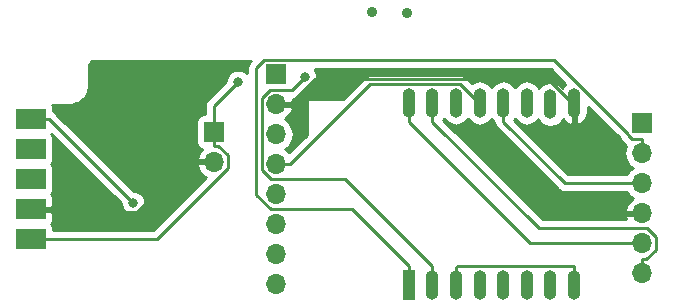
<source format=gbr>
G04 #@! TF.GenerationSoftware,KiCad,Pcbnew,5.0.1-33cea8e~66~ubuntu18.04.1*
G04 #@! TF.CreationDate,2019-09-26T22:02:42+09:00*
G04 #@! TF.ProjectId,minidenko,6D696E6964656E6B6F2E6B696361645F,rev?*
G04 #@! TF.SameCoordinates,Original*
G04 #@! TF.FileFunction,Copper,L2,Bot,Signal*
G04 #@! TF.FilePolarity,Positive*
%FSLAX46Y46*%
G04 Gerber Fmt 4.6, Leading zero omitted, Abs format (unit mm)*
G04 Created by KiCad (PCBNEW 5.0.1-33cea8e~66~ubuntu18.04.1) date 2019年09月26日 22時02分42秒*
%MOMM*%
%LPD*%
G01*
G04 APERTURE LIST*
G04 #@! TA.AperFunction,ComponentPad*
%ADD10R,2.500000X1.700000*%
G04 #@! TD*
G04 #@! TA.AperFunction,WasherPad*
%ADD11C,0.900000*%
G04 #@! TD*
G04 #@! TA.AperFunction,ComponentPad*
%ADD12O,1.100000X2.500000*%
G04 #@! TD*
G04 #@! TA.AperFunction,ComponentPad*
%ADD13R,1.100000X2.500000*%
G04 #@! TD*
G04 #@! TA.AperFunction,ComponentPad*
%ADD14R,1.700000X1.700000*%
G04 #@! TD*
G04 #@! TA.AperFunction,ComponentPad*
%ADD15O,1.700000X1.700000*%
G04 #@! TD*
G04 #@! TA.AperFunction,ViaPad*
%ADD16C,0.800000*%
G04 #@! TD*
G04 #@! TA.AperFunction,Conductor*
%ADD17C,0.250000*%
G04 #@! TD*
G04 #@! TA.AperFunction,Conductor*
%ADD18C,0.254000*%
G04 #@! TD*
G04 APERTURE END LIST*
D10*
G04 #@! TO.P,J3,1*
G04 #@! TO.N,LDO_IN*
X51750000Y-45825000D03*
G04 #@! TO.P,J3,2*
G04 #@! TO.N,GND*
X51750000Y-43285000D03*
G04 #@! TO.P,J3,3*
G04 #@! TO.N,ESP_GPIO13*
X51750000Y-40745000D03*
G04 #@! TO.P,J3,4*
G04 #@! TO.N,ESP_GPIO15*
X51750000Y-38205000D03*
G04 #@! TO.P,J3,5*
G04 #@! TO.N,ESP_GPIO14*
X51750000Y-35665000D03*
G04 #@! TD*
D11*
G04 #@! TO.P,SW1,*
G04 #@! TO.N,*
X80625000Y-26600000D03*
X83625000Y-26650000D03*
G04 #@! TD*
D12*
G04 #@! TO.P,U2,22*
G04 #@! TO.N,UART_TXD*
X83750000Y-34300000D03*
G04 #@! TO.P,U2,21*
G04 #@! TO.N,UART_RXD*
X85750000Y-34300000D03*
G04 #@! TO.P,U2,20*
G04 #@! TO.N,ESP_GPIO5*
X87750000Y-34300000D03*
G04 #@! TO.P,U2,19*
G04 #@! TO.N,ESP_GPIO4*
X89750000Y-34300000D03*
G04 #@! TO.P,U2,18*
G04 #@! TO.N,ESP_BOOT*
X91750000Y-34300000D03*
G04 #@! TO.P,U2,17*
G04 #@! TO.N,ESP_GPIO2*
X93750000Y-34300000D03*
G04 #@! TO.P,U2,16*
G04 #@! TO.N,ESP_GPIO15*
X95750000Y-34400000D03*
G04 #@! TO.P,U2,15*
G04 #@! TO.N,GND*
X97750000Y-34300000D03*
G04 #@! TO.P,U2,8*
G04 #@! TO.N,+3V3*
X97750000Y-49700000D03*
G04 #@! TO.P,U2,7*
G04 #@! TO.N,ESP_GPIO13*
X95750000Y-49700000D03*
G04 #@! TO.P,U2,6*
G04 #@! TO.N,ESP_GPIO12*
X93750000Y-49700000D03*
G04 #@! TO.P,U2,5*
G04 #@! TO.N,ESP_GPIO14*
X91750000Y-49700000D03*
G04 #@! TO.P,U2,4*
G04 #@! TO.N,ESP_GPIO16*
X89750000Y-49700000D03*
G04 #@! TO.P,U2,3*
G04 #@! TO.N,+3V3*
X87750000Y-49700000D03*
G04 #@! TO.P,U2,2*
G04 #@! TO.N,ADC*
X85750000Y-49700000D03*
D13*
G04 #@! TO.P,U2,1*
G04 #@! TO.N,ESP_RESET*
X83750000Y-49700000D03*
G04 #@! TD*
D14*
G04 #@! TO.P,J1,1*
G04 #@! TO.N,LDO_IN*
X67250000Y-36750000D03*
D15*
G04 #@! TO.P,J1,2*
G04 #@! TO.N,GND*
X67250000Y-39290000D03*
G04 #@! TD*
D14*
G04 #@! TO.P,J2,1*
G04 #@! TO.N,LDO_IN*
X103500000Y-36000000D03*
D15*
G04 #@! TO.P,J2,2*
G04 #@! TO.N,ESP_RESET*
X103500000Y-38540000D03*
G04 #@! TO.P,J2,3*
G04 #@! TO.N,ESP_BOOT*
X103500000Y-41080000D03*
G04 #@! TO.P,J2,4*
G04 #@! TO.N,GND*
X103500000Y-43620000D03*
G04 #@! TO.P,J2,5*
G04 #@! TO.N,UART_TXD*
X103500000Y-46160000D03*
G04 #@! TO.P,J2,6*
G04 #@! TO.N,UART_RXD*
X103500000Y-48700000D03*
G04 #@! TD*
D14*
G04 #@! TO.P,J5,1*
G04 #@! TO.N,+3V3*
X72500000Y-31875000D03*
D15*
G04 #@! TO.P,J5,2*
G04 #@! TO.N,GND*
X72500000Y-34415000D03*
G04 #@! TO.P,J5,3*
G04 #@! TO.N,ESP_GPIO5*
X72500000Y-36955000D03*
G04 #@! TO.P,J5,4*
G04 #@! TO.N,ESP_GPIO4*
X72500000Y-39495000D03*
G04 #@! TO.P,J5,5*
G04 #@! TO.N,Net-(J5-Pad5)*
X72500000Y-42035000D03*
G04 #@! TO.P,J5,6*
G04 #@! TO.N,Net-(J5-Pad6)*
X72500000Y-44575000D03*
G04 #@! TO.P,J5,7*
G04 #@! TO.N,Net-(J5-Pad7)*
X72500000Y-47115000D03*
G04 #@! TO.P,J5,8*
G04 #@! TO.N,ESP_GPIO12*
X72500000Y-49655000D03*
G04 #@! TD*
D16*
G04 #@! TO.N,GND*
X65256300Y-34647300D03*
G04 #@! TO.N,LDO_IN*
X69320600Y-32500000D03*
G04 #@! TO.N,ADC*
X74966400Y-32085400D03*
G04 #@! TO.N,ESP_GPIO14*
X60416700Y-42760900D03*
G04 #@! TD*
D17*
G04 #@! TO.N,GND*
X65512100Y-38727300D02*
X65256300Y-38471600D01*
X65256300Y-38471600D02*
X65256300Y-34647300D01*
X66187300Y-39290000D02*
X66074700Y-39290000D01*
X66074700Y-39290000D02*
X65512100Y-38727300D01*
X65512100Y-38727300D02*
X60719900Y-43519500D01*
X60719900Y-43519500D02*
X53559800Y-43519500D01*
X53559800Y-43519500D02*
X53325300Y-43285000D01*
X67250000Y-39290000D02*
X66187300Y-39290000D01*
X51750000Y-43285000D02*
X53325300Y-43285000D01*
X72500000Y-34415000D02*
X73675300Y-34415000D01*
X73675300Y-34415000D02*
X75844200Y-32246100D01*
X75844200Y-32246100D02*
X95565900Y-32246100D01*
X95565900Y-32246100D02*
X97750000Y-34430200D01*
X97750000Y-34430200D02*
X97750000Y-35000000D01*
G04 #@! TO.N,+3V3*
X87750000Y-48237300D02*
X87862600Y-48124700D01*
X87862600Y-48124700D02*
X97750000Y-48124700D01*
X87750000Y-49000000D02*
X87750000Y-48237300D01*
X97750000Y-49000000D02*
X97750000Y-48124700D01*
G04 #@! TO.N,ESP_BOOT*
X91750000Y-35000000D02*
X91750000Y-35875300D01*
X91750000Y-35875300D02*
X96954700Y-41080000D01*
X96954700Y-41080000D02*
X103500000Y-41080000D01*
G04 #@! TO.N,LDO_IN*
X67250000Y-36750000D02*
X67250000Y-37925300D01*
X67250000Y-37925300D02*
X67617300Y-37925300D01*
X67617300Y-37925300D02*
X68429700Y-38737700D01*
X68429700Y-38737700D02*
X68429700Y-39820100D01*
X68429700Y-39820100D02*
X62424800Y-45825000D01*
X62424800Y-45825000D02*
X51750000Y-45825000D01*
X69320600Y-32500000D02*
X67250000Y-34570600D01*
X67250000Y-34570600D02*
X67250000Y-36750000D01*
G04 #@! TO.N,ADC*
X85750000Y-48124700D02*
X78390300Y-40765000D01*
X78390300Y-40765000D02*
X72081000Y-40765000D01*
X72081000Y-40765000D02*
X71303900Y-39987900D01*
X71303900Y-39987900D02*
X71303900Y-33882100D01*
X71303900Y-33882100D02*
X71960600Y-33225400D01*
X71960600Y-33225400D02*
X73826400Y-33225400D01*
X73826400Y-33225400D02*
X74966400Y-32085400D01*
X85750000Y-49000000D02*
X85750000Y-48124700D01*
G04 #@! TO.N,ESP_RESET*
X103500000Y-38540000D02*
X103500000Y-37364700D01*
X83750000Y-49000000D02*
X83750000Y-48124700D01*
X83750000Y-48124700D02*
X78930300Y-43305000D01*
X78930300Y-43305000D02*
X72067400Y-43305000D01*
X72067400Y-43305000D02*
X70831000Y-42068600D01*
X70831000Y-42068600D02*
X70831000Y-31365500D01*
X70831000Y-31365500D02*
X71530300Y-30666200D01*
X71530300Y-30666200D02*
X96079700Y-30666200D01*
X96079700Y-30666200D02*
X102324700Y-36911200D01*
X102324700Y-36911200D02*
X102324700Y-37024700D01*
X102324700Y-37024700D02*
X102664700Y-37364700D01*
X102664700Y-37364700D02*
X103500000Y-37364700D01*
G04 #@! TO.N,ESP_GPIO14*
X51750000Y-35665000D02*
X53325300Y-35665000D01*
X53325300Y-35665000D02*
X53325300Y-35669500D01*
X53325300Y-35669500D02*
X60416700Y-42760900D01*
G04 #@! TO.N,ESP_GPIO4*
X72500000Y-39495000D02*
X73675300Y-39495000D01*
X89750000Y-35000000D02*
X89750000Y-34359900D01*
X89750000Y-34359900D02*
X88104900Y-32714800D01*
X88104900Y-32714800D02*
X80455500Y-32714800D01*
X80455500Y-32714800D02*
X73675300Y-39495000D01*
G04 #@! TO.N,UART_RXD*
X85750000Y-35000000D02*
X85750000Y-35875300D01*
X103500000Y-48700000D02*
X103500000Y-47524700D01*
X85750000Y-35875300D02*
X94764700Y-44890000D01*
X94764700Y-44890000D02*
X103918400Y-44890000D01*
X103918400Y-44890000D02*
X104675300Y-45646900D01*
X104675300Y-45646900D02*
X104675300Y-46716800D01*
X104675300Y-46716800D02*
X103867400Y-47524700D01*
X103867400Y-47524700D02*
X103500000Y-47524700D01*
G04 #@! TO.N,UART_TXD*
X83750000Y-35875300D02*
X94034700Y-46160000D01*
X94034700Y-46160000D02*
X102324700Y-46160000D01*
X103500000Y-46160000D02*
X102324700Y-46160000D01*
X83750000Y-35000000D02*
X83750000Y-35875300D01*
G04 #@! TD*
D18*
G04 #@! TO.N,GND*
G36*
X70346528Y-30775171D02*
X70283072Y-30817571D01*
X70240672Y-30881027D01*
X70240671Y-30881028D01*
X70115097Y-31068963D01*
X70056112Y-31365500D01*
X70071001Y-31440352D01*
X70071001Y-31786690D01*
X69906880Y-31622569D01*
X69526474Y-31465000D01*
X69114726Y-31465000D01*
X68734320Y-31622569D01*
X68443169Y-31913720D01*
X68285600Y-32294126D01*
X68285600Y-32460198D01*
X66765530Y-33980269D01*
X66702071Y-34022671D01*
X66534096Y-34274064D01*
X66490000Y-34495749D01*
X66490000Y-34495753D01*
X66475112Y-34570600D01*
X66490000Y-34645447D01*
X66490000Y-35252560D01*
X66400000Y-35252560D01*
X66152235Y-35301843D01*
X65942191Y-35442191D01*
X65801843Y-35652235D01*
X65752560Y-35900000D01*
X65752560Y-37600000D01*
X65801843Y-37847765D01*
X65942191Y-38057809D01*
X66152235Y-38198157D01*
X66255708Y-38218739D01*
X65978355Y-38523076D01*
X65808524Y-38933110D01*
X65929845Y-39163000D01*
X67123000Y-39163000D01*
X67123000Y-39143000D01*
X67377000Y-39143000D01*
X67377000Y-39163000D01*
X67397000Y-39163000D01*
X67397000Y-39417000D01*
X67377000Y-39417000D01*
X67377000Y-39437000D01*
X67123000Y-39437000D01*
X67123000Y-39417000D01*
X65929845Y-39417000D01*
X65808524Y-39646890D01*
X65978355Y-40056924D01*
X66368642Y-40485183D01*
X66587183Y-40587815D01*
X62109999Y-45065000D01*
X53647440Y-45065000D01*
X53647440Y-44975000D01*
X53598157Y-44727235D01*
X53481051Y-44551975D01*
X53538327Y-44494699D01*
X53635000Y-44261310D01*
X53635000Y-43570750D01*
X53476250Y-43412000D01*
X51877000Y-43412000D01*
X51877000Y-43432000D01*
X51623000Y-43432000D01*
X51623000Y-43412000D01*
X51603000Y-43412000D01*
X51603000Y-43158000D01*
X51623000Y-43158000D01*
X51623000Y-43138000D01*
X51877000Y-43138000D01*
X51877000Y-43158000D01*
X53476250Y-43158000D01*
X53635000Y-42999250D01*
X53635000Y-42308690D01*
X53538327Y-42075301D01*
X53481051Y-42018025D01*
X53598157Y-41842765D01*
X53647440Y-41595000D01*
X53647440Y-39895000D01*
X53598157Y-39647235D01*
X53483072Y-39475000D01*
X53598157Y-39302765D01*
X53647440Y-39055000D01*
X53647440Y-37355000D01*
X53598157Y-37107235D01*
X53483072Y-36935000D01*
X53496261Y-36915262D01*
X59381700Y-42800702D01*
X59381700Y-42966774D01*
X59539269Y-43347180D01*
X59830420Y-43638331D01*
X60210826Y-43795900D01*
X60622574Y-43795900D01*
X61002980Y-43638331D01*
X61294131Y-43347180D01*
X61451700Y-42966774D01*
X61451700Y-42555026D01*
X61294131Y-42174620D01*
X61002980Y-41883469D01*
X60622574Y-41725900D01*
X60456502Y-41725900D01*
X53924693Y-35194092D01*
X53873229Y-35117071D01*
X53647440Y-34966203D01*
X53647440Y-34815000D01*
X53598157Y-34567235D01*
X53526504Y-34460000D01*
X55069926Y-34460000D01*
X55138509Y-34446358D01*
X55138513Y-34446358D01*
X55521196Y-34370238D01*
X55596160Y-34339187D01*
X55777138Y-34264224D01*
X56101561Y-34047451D01*
X56190814Y-33958198D01*
X56297451Y-33851562D01*
X56514223Y-33527138D01*
X56585299Y-33355546D01*
X56620238Y-33271196D01*
X56696358Y-32888514D01*
X56696358Y-32888509D01*
X56710000Y-32819926D01*
X56710000Y-31069930D01*
X56744926Y-30894345D01*
X56804774Y-30804775D01*
X56894345Y-30744926D01*
X57069930Y-30710000D01*
X70411699Y-30710000D01*
X70346528Y-30775171D01*
X70346528Y-30775171D01*
G37*
X70346528Y-30775171D02*
X70283072Y-30817571D01*
X70240672Y-30881027D01*
X70240671Y-30881028D01*
X70115097Y-31068963D01*
X70056112Y-31365500D01*
X70071001Y-31440352D01*
X70071001Y-31786690D01*
X69906880Y-31622569D01*
X69526474Y-31465000D01*
X69114726Y-31465000D01*
X68734320Y-31622569D01*
X68443169Y-31913720D01*
X68285600Y-32294126D01*
X68285600Y-32460198D01*
X66765530Y-33980269D01*
X66702071Y-34022671D01*
X66534096Y-34274064D01*
X66490000Y-34495749D01*
X66490000Y-34495753D01*
X66475112Y-34570600D01*
X66490000Y-34645447D01*
X66490000Y-35252560D01*
X66400000Y-35252560D01*
X66152235Y-35301843D01*
X65942191Y-35442191D01*
X65801843Y-35652235D01*
X65752560Y-35900000D01*
X65752560Y-37600000D01*
X65801843Y-37847765D01*
X65942191Y-38057809D01*
X66152235Y-38198157D01*
X66255708Y-38218739D01*
X65978355Y-38523076D01*
X65808524Y-38933110D01*
X65929845Y-39163000D01*
X67123000Y-39163000D01*
X67123000Y-39143000D01*
X67377000Y-39143000D01*
X67377000Y-39163000D01*
X67397000Y-39163000D01*
X67397000Y-39417000D01*
X67377000Y-39417000D01*
X67377000Y-39437000D01*
X67123000Y-39437000D01*
X67123000Y-39417000D01*
X65929845Y-39417000D01*
X65808524Y-39646890D01*
X65978355Y-40056924D01*
X66368642Y-40485183D01*
X66587183Y-40587815D01*
X62109999Y-45065000D01*
X53647440Y-45065000D01*
X53647440Y-44975000D01*
X53598157Y-44727235D01*
X53481051Y-44551975D01*
X53538327Y-44494699D01*
X53635000Y-44261310D01*
X53635000Y-43570750D01*
X53476250Y-43412000D01*
X51877000Y-43412000D01*
X51877000Y-43432000D01*
X51623000Y-43432000D01*
X51623000Y-43412000D01*
X51603000Y-43412000D01*
X51603000Y-43158000D01*
X51623000Y-43158000D01*
X51623000Y-43138000D01*
X51877000Y-43138000D01*
X51877000Y-43158000D01*
X53476250Y-43158000D01*
X53635000Y-42999250D01*
X53635000Y-42308690D01*
X53538327Y-42075301D01*
X53481051Y-42018025D01*
X53598157Y-41842765D01*
X53647440Y-41595000D01*
X53647440Y-39895000D01*
X53598157Y-39647235D01*
X53483072Y-39475000D01*
X53598157Y-39302765D01*
X53647440Y-39055000D01*
X53647440Y-37355000D01*
X53598157Y-37107235D01*
X53483072Y-36935000D01*
X53496261Y-36915262D01*
X59381700Y-42800702D01*
X59381700Y-42966774D01*
X59539269Y-43347180D01*
X59830420Y-43638331D01*
X60210826Y-43795900D01*
X60622574Y-43795900D01*
X61002980Y-43638331D01*
X61294131Y-43347180D01*
X61451700Y-42966774D01*
X61451700Y-42555026D01*
X61294131Y-42174620D01*
X61002980Y-41883469D01*
X60622574Y-41725900D01*
X60456502Y-41725900D01*
X53924693Y-35194092D01*
X53873229Y-35117071D01*
X53647440Y-34966203D01*
X53647440Y-34815000D01*
X53598157Y-34567235D01*
X53526504Y-34460000D01*
X55069926Y-34460000D01*
X55138509Y-34446358D01*
X55138513Y-34446358D01*
X55521196Y-34370238D01*
X55596160Y-34339187D01*
X55777138Y-34264224D01*
X56101561Y-34047451D01*
X56190814Y-33958198D01*
X56297451Y-33851562D01*
X56514223Y-33527138D01*
X56585299Y-33355546D01*
X56620238Y-33271196D01*
X56696358Y-32888514D01*
X56696358Y-32888509D01*
X56710000Y-32819926D01*
X56710000Y-31069930D01*
X56744926Y-30894345D01*
X56804774Y-30804775D01*
X56894345Y-30744926D01*
X57069930Y-30710000D01*
X70411699Y-30710000D01*
X70346528Y-30775171D01*
G36*
X90895664Y-35854337D02*
X90982481Y-35912346D01*
X90990000Y-35950147D01*
X90990000Y-35950152D01*
X91023039Y-36116245D01*
X91034097Y-36171837D01*
X91063770Y-36216245D01*
X91202072Y-36423229D01*
X91265528Y-36465629D01*
X96364373Y-41564476D01*
X96406771Y-41627929D01*
X96470224Y-41670327D01*
X96470226Y-41670329D01*
X96595602Y-41754102D01*
X96658163Y-41795904D01*
X96879848Y-41840000D01*
X96879852Y-41840000D01*
X96954699Y-41854888D01*
X97029546Y-41840000D01*
X102221822Y-41840000D01*
X102429375Y-42150625D01*
X102748478Y-42363843D01*
X102618642Y-42424817D01*
X102228355Y-42853076D01*
X102058524Y-43263110D01*
X102179845Y-43493000D01*
X103373000Y-43493000D01*
X103373000Y-43473000D01*
X103627000Y-43473000D01*
X103627000Y-43493000D01*
X103647000Y-43493000D01*
X103647000Y-43747000D01*
X103627000Y-43747000D01*
X103627000Y-43767000D01*
X103373000Y-43767000D01*
X103373000Y-43747000D01*
X102179845Y-43747000D01*
X102058524Y-43976890D01*
X102121940Y-44130000D01*
X95079502Y-44130000D01*
X86684246Y-35734745D01*
X86750000Y-35636337D01*
X86895664Y-35854337D01*
X87287637Y-36116245D01*
X87750000Y-36208215D01*
X88212364Y-36116245D01*
X88604337Y-35854337D01*
X88750000Y-35636337D01*
X88895664Y-35854337D01*
X89287637Y-36116245D01*
X89750000Y-36208215D01*
X90212364Y-36116245D01*
X90604337Y-35854337D01*
X90750000Y-35636337D01*
X90895664Y-35854337D01*
X90895664Y-35854337D01*
G37*
X90895664Y-35854337D02*
X90982481Y-35912346D01*
X90990000Y-35950147D01*
X90990000Y-35950152D01*
X91023039Y-36116245D01*
X91034097Y-36171837D01*
X91063770Y-36216245D01*
X91202072Y-36423229D01*
X91265528Y-36465629D01*
X96364373Y-41564476D01*
X96406771Y-41627929D01*
X96470224Y-41670327D01*
X96470226Y-41670329D01*
X96595602Y-41754102D01*
X96658163Y-41795904D01*
X96879848Y-41840000D01*
X96879852Y-41840000D01*
X96954699Y-41854888D01*
X97029546Y-41840000D01*
X102221822Y-41840000D01*
X102429375Y-42150625D01*
X102748478Y-42363843D01*
X102618642Y-42424817D01*
X102228355Y-42853076D01*
X102058524Y-43263110D01*
X102179845Y-43493000D01*
X103373000Y-43493000D01*
X103373000Y-43473000D01*
X103627000Y-43473000D01*
X103627000Y-43493000D01*
X103647000Y-43493000D01*
X103647000Y-43747000D01*
X103627000Y-43747000D01*
X103627000Y-43767000D01*
X103373000Y-43767000D01*
X103373000Y-43747000D01*
X102179845Y-43747000D01*
X102058524Y-43976890D01*
X102121940Y-44130000D01*
X95079502Y-44130000D01*
X86684246Y-35734745D01*
X86750000Y-35636337D01*
X86895664Y-35854337D01*
X87287637Y-36116245D01*
X87750000Y-36208215D01*
X88212364Y-36116245D01*
X88604337Y-35854337D01*
X88750000Y-35636337D01*
X88895664Y-35854337D01*
X89287637Y-36116245D01*
X89750000Y-36208215D01*
X90212364Y-36116245D01*
X90604337Y-35854337D01*
X90750000Y-35636337D01*
X90895664Y-35854337D01*
G36*
X97877000Y-34173000D02*
X97897000Y-34173000D01*
X97897000Y-34427000D01*
X97877000Y-34427000D01*
X97877000Y-36018361D01*
X98059744Y-36143803D01*
X98086146Y-36143398D01*
X98498118Y-35927724D01*
X98796196Y-35570813D01*
X98935000Y-35127000D01*
X98935000Y-34596302D01*
X101596098Y-37257400D01*
X101608796Y-37321237D01*
X101776771Y-37572629D01*
X101840230Y-37615031D01*
X102074369Y-37849170D01*
X102116771Y-37912629D01*
X102128131Y-37920219D01*
X102101161Y-37960582D01*
X101985908Y-38540000D01*
X102101161Y-39119418D01*
X102429375Y-39610625D01*
X102727761Y-39810000D01*
X102429375Y-40009375D01*
X102221822Y-40320000D01*
X97269503Y-40320000D01*
X92684246Y-35734745D01*
X92750000Y-35636337D01*
X92895664Y-35854337D01*
X93287637Y-36116245D01*
X93750000Y-36208215D01*
X94212364Y-36116245D01*
X94604337Y-35854337D01*
X94716591Y-35686337D01*
X94895664Y-35954337D01*
X95287637Y-36216245D01*
X95750000Y-36308215D01*
X96212364Y-36216245D01*
X96604337Y-35954337D01*
X96790910Y-35675111D01*
X97001882Y-35927724D01*
X97413854Y-36143398D01*
X97440256Y-36143803D01*
X97623000Y-36018361D01*
X97623000Y-34427000D01*
X97603000Y-34427000D01*
X97603000Y-34173000D01*
X97623000Y-34173000D01*
X97623000Y-34153000D01*
X97877000Y-34153000D01*
X97877000Y-34173000D01*
X97877000Y-34173000D01*
G37*
X97877000Y-34173000D02*
X97897000Y-34173000D01*
X97897000Y-34427000D01*
X97877000Y-34427000D01*
X97877000Y-36018361D01*
X98059744Y-36143803D01*
X98086146Y-36143398D01*
X98498118Y-35927724D01*
X98796196Y-35570813D01*
X98935000Y-35127000D01*
X98935000Y-34596302D01*
X101596098Y-37257400D01*
X101608796Y-37321237D01*
X101776771Y-37572629D01*
X101840230Y-37615031D01*
X102074369Y-37849170D01*
X102116771Y-37912629D01*
X102128131Y-37920219D01*
X102101161Y-37960582D01*
X101985908Y-38540000D01*
X102101161Y-39119418D01*
X102429375Y-39610625D01*
X102727761Y-39810000D01*
X102429375Y-40009375D01*
X102221822Y-40320000D01*
X97269503Y-40320000D01*
X92684246Y-35734745D01*
X92750000Y-35636337D01*
X92895664Y-35854337D01*
X93287637Y-36116245D01*
X93750000Y-36208215D01*
X94212364Y-36116245D01*
X94604337Y-35854337D01*
X94716591Y-35686337D01*
X94895664Y-35954337D01*
X95287637Y-36216245D01*
X95750000Y-36308215D01*
X96212364Y-36216245D01*
X96604337Y-35954337D01*
X96790910Y-35675111D01*
X97001882Y-35927724D01*
X97413854Y-36143398D01*
X97440256Y-36143803D01*
X97623000Y-36018361D01*
X97623000Y-34427000D01*
X97603000Y-34427000D01*
X97603000Y-34173000D01*
X97623000Y-34173000D01*
X97623000Y-34153000D01*
X97877000Y-34153000D01*
X97877000Y-34173000D01*
G36*
X97007850Y-32669152D02*
X97001882Y-32672276D01*
X96716670Y-33013781D01*
X96604337Y-32845663D01*
X96212363Y-32583755D01*
X95750000Y-32491785D01*
X95287636Y-32583755D01*
X94895663Y-32845663D01*
X94783409Y-33013663D01*
X94604337Y-32745663D01*
X94212363Y-32483755D01*
X93750000Y-32391785D01*
X93287636Y-32483755D01*
X92895663Y-32745663D01*
X92750000Y-32963663D01*
X92604337Y-32745663D01*
X92212363Y-32483755D01*
X91750000Y-32391785D01*
X91287636Y-32483755D01*
X90895663Y-32745663D01*
X90750000Y-32963663D01*
X90604337Y-32745663D01*
X90212363Y-32483755D01*
X89750000Y-32391785D01*
X89287636Y-32483755D01*
X89084433Y-32619531D01*
X88695231Y-32230330D01*
X88652829Y-32166871D01*
X88401437Y-31998896D01*
X88179752Y-31954800D01*
X88179747Y-31954800D01*
X88104900Y-31939912D01*
X88030053Y-31954800D01*
X80530348Y-31954800D01*
X80455500Y-31939912D01*
X80380652Y-31954800D01*
X80380648Y-31954800D01*
X80207105Y-31989320D01*
X80158962Y-31998896D01*
X80029499Y-32085401D01*
X79907571Y-32166871D01*
X79865171Y-32230327D01*
X78146967Y-33948531D01*
X75250000Y-33948531D01*
X75201399Y-33958198D01*
X75160197Y-33985728D01*
X75132667Y-34026930D01*
X75123000Y-34075531D01*
X75123000Y-36972499D01*
X73610879Y-38484620D01*
X73570625Y-38424375D01*
X73272239Y-38225000D01*
X73570625Y-38025625D01*
X73898839Y-37534418D01*
X74014092Y-36955000D01*
X73898839Y-36375582D01*
X73570625Y-35884375D01*
X73251522Y-35671157D01*
X73381358Y-35610183D01*
X73771645Y-35181924D01*
X73941476Y-34771890D01*
X73820155Y-34542000D01*
X72627000Y-34542000D01*
X72627000Y-34562000D01*
X72373000Y-34562000D01*
X72373000Y-34542000D01*
X72353000Y-34542000D01*
X72353000Y-34288000D01*
X72373000Y-34288000D01*
X72373000Y-34268000D01*
X72627000Y-34268000D01*
X72627000Y-34288000D01*
X73820155Y-34288000D01*
X73941476Y-34058110D01*
X73910591Y-33983542D01*
X74122937Y-33941304D01*
X74374329Y-33773329D01*
X74416731Y-33709870D01*
X75006202Y-33120400D01*
X75172274Y-33120400D01*
X75552680Y-32962831D01*
X75843831Y-32671680D01*
X76001400Y-32291274D01*
X76001400Y-31879526D01*
X75843831Y-31499120D01*
X75770911Y-31426200D01*
X95764899Y-31426200D01*
X97007850Y-32669152D01*
X97007850Y-32669152D01*
G37*
X97007850Y-32669152D02*
X97001882Y-32672276D01*
X96716670Y-33013781D01*
X96604337Y-32845663D01*
X96212363Y-32583755D01*
X95750000Y-32491785D01*
X95287636Y-32583755D01*
X94895663Y-32845663D01*
X94783409Y-33013663D01*
X94604337Y-32745663D01*
X94212363Y-32483755D01*
X93750000Y-32391785D01*
X93287636Y-32483755D01*
X92895663Y-32745663D01*
X92750000Y-32963663D01*
X92604337Y-32745663D01*
X92212363Y-32483755D01*
X91750000Y-32391785D01*
X91287636Y-32483755D01*
X90895663Y-32745663D01*
X90750000Y-32963663D01*
X90604337Y-32745663D01*
X90212363Y-32483755D01*
X89750000Y-32391785D01*
X89287636Y-32483755D01*
X89084433Y-32619531D01*
X88695231Y-32230330D01*
X88652829Y-32166871D01*
X88401437Y-31998896D01*
X88179752Y-31954800D01*
X88179747Y-31954800D01*
X88104900Y-31939912D01*
X88030053Y-31954800D01*
X80530348Y-31954800D01*
X80455500Y-31939912D01*
X80380652Y-31954800D01*
X80380648Y-31954800D01*
X80207105Y-31989320D01*
X80158962Y-31998896D01*
X80029499Y-32085401D01*
X79907571Y-32166871D01*
X79865171Y-32230327D01*
X78146967Y-33948531D01*
X75250000Y-33948531D01*
X75201399Y-33958198D01*
X75160197Y-33985728D01*
X75132667Y-34026930D01*
X75123000Y-34075531D01*
X75123000Y-36972499D01*
X73610879Y-38484620D01*
X73570625Y-38424375D01*
X73272239Y-38225000D01*
X73570625Y-38025625D01*
X73898839Y-37534418D01*
X74014092Y-36955000D01*
X73898839Y-36375582D01*
X73570625Y-35884375D01*
X73251522Y-35671157D01*
X73381358Y-35610183D01*
X73771645Y-35181924D01*
X73941476Y-34771890D01*
X73820155Y-34542000D01*
X72627000Y-34542000D01*
X72627000Y-34562000D01*
X72373000Y-34562000D01*
X72373000Y-34542000D01*
X72353000Y-34542000D01*
X72353000Y-34288000D01*
X72373000Y-34288000D01*
X72373000Y-34268000D01*
X72627000Y-34268000D01*
X72627000Y-34288000D01*
X73820155Y-34288000D01*
X73941476Y-34058110D01*
X73910591Y-33983542D01*
X74122937Y-33941304D01*
X74374329Y-33773329D01*
X74416731Y-33709870D01*
X75006202Y-33120400D01*
X75172274Y-33120400D01*
X75552680Y-32962831D01*
X75843831Y-32671680D01*
X76001400Y-32291274D01*
X76001400Y-31879526D01*
X75843831Y-31499120D01*
X75770911Y-31426200D01*
X95764899Y-31426200D01*
X97007850Y-32669152D01*
G04 #@! TD*
M02*

</source>
